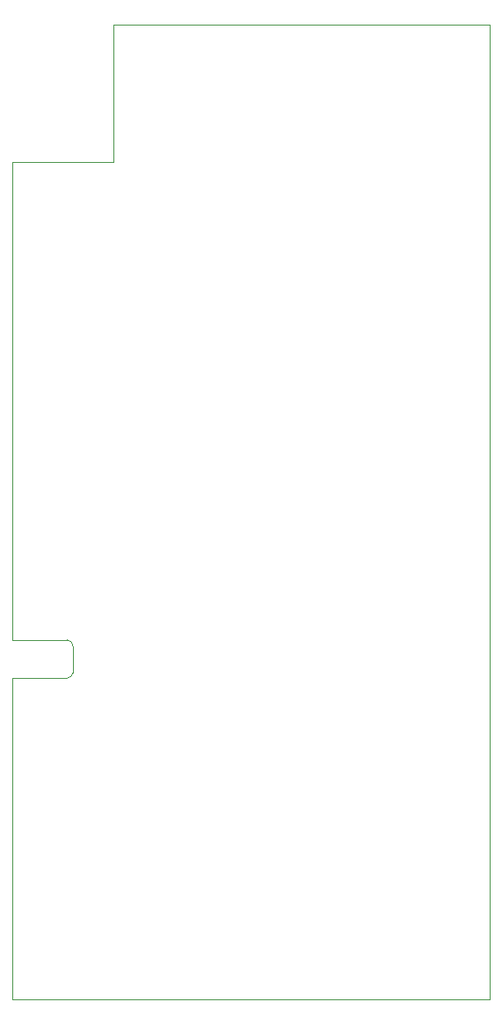
<source format=gbr>
G04 #@! TF.GenerationSoftware,KiCad,Pcbnew,5.1.5+dfsg1-2build2*
G04 #@! TF.CreationDate,2020-07-02T19:50:54+02:00*
G04 #@! TF.ProjectId,BaSe_PWR_V3_2,42615365-5f50-4575-925f-56335f322e6b,rev?*
G04 #@! TF.SameCoordinates,Original*
G04 #@! TF.FileFunction,Profile,NP*
%FSLAX46Y46*%
G04 Gerber Fmt 4.6, Leading zero omitted, Abs format (unit mm)*
G04 Created by KiCad (PCBNEW 5.1.5+dfsg1-2build2) date 2020-07-02 19:50:54*
%MOMM*%
%LPD*%
G04 APERTURE LIST*
%ADD10C,0.100000*%
G04 APERTURE END LIST*
D10*
X71280000Y-99320002D02*
G75*
G02X71820000Y-99920000I-29999J-569999D01*
G01*
X71819998Y-102460000D02*
G75*
G02X71220000Y-103000000I-569999J29999D01*
G01*
X71820000Y-99920000D02*
X71819998Y-102460000D01*
X71280000Y-99320002D02*
X65990000Y-99319322D01*
X65990000Y-103000000D02*
X71220000Y-103000000D01*
X65990000Y-53340000D02*
X65990000Y-99319322D01*
X65990000Y-133858000D02*
X65990000Y-103000000D01*
X75692000Y-53340000D02*
X65990000Y-53340000D01*
X75692000Y-40132000D02*
X75692000Y-53340000D01*
X111950000Y-133848000D02*
X111940000Y-40130000D01*
X65990000Y-133858000D02*
X111950000Y-133848000D01*
X75692000Y-40132000D02*
X111940000Y-40130000D01*
M02*

</source>
